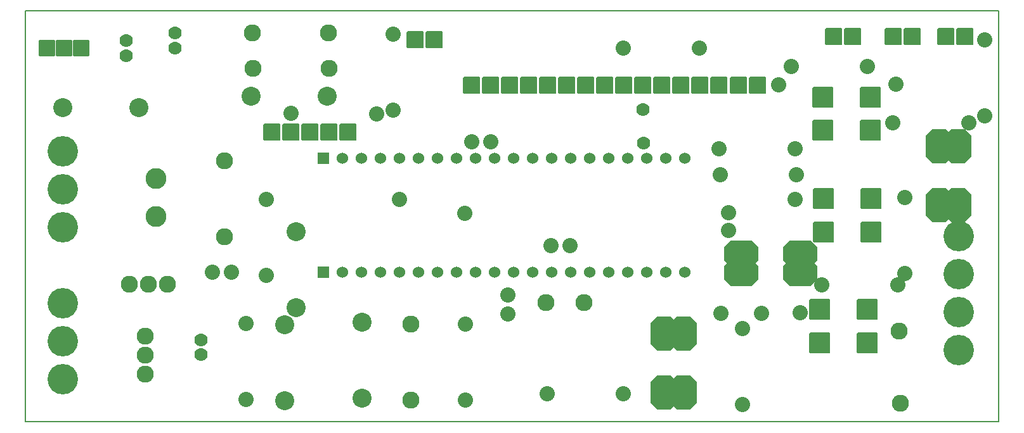
<source format=gbr>
G04 PROTEUS GERBER X2 FILE*
%TF.GenerationSoftware,Labcenter,Proteus,8.6-SP2-Build23525*%
%TF.CreationDate,2017-11-29T10:51:07+00:00*%
%TF.FileFunction,Soldermask,Bot*%
%TF.FilePolarity,Negative*%
%TF.Part,Single*%
%FSLAX45Y45*%
%MOMM*%
G01*
%TA.AperFunction,Material*%
%ADD33C,2.286000*%
%ADD34C,2.032000*%
%ADD35C,1.778000*%
%AMPPAD030*
4,1,36,
-0.635000,0.762000,
0.635000,0.762000,
0.660970,0.759470,
0.684980,0.752200,
0.706580,0.740650,
0.725290,0.725290,
0.740650,0.706570,
0.752200,0.684980,
0.759470,0.660970,
0.762000,0.635000,
0.762000,-0.635000,
0.759470,-0.660970,
0.752200,-0.684980,
0.740650,-0.706570,
0.725290,-0.725290,
0.706580,-0.740650,
0.684980,-0.752200,
0.660970,-0.759470,
0.635000,-0.762000,
-0.635000,-0.762000,
-0.660970,-0.759470,
-0.684980,-0.752200,
-0.706580,-0.740650,
-0.725290,-0.725290,
-0.740650,-0.706570,
-0.752200,-0.684980,
-0.759470,-0.660970,
-0.762000,-0.635000,
-0.762000,0.635000,
-0.759470,0.660970,
-0.752200,0.684980,
-0.740650,0.706570,
-0.725290,0.725290,
-0.706580,0.740650,
-0.684980,0.752200,
-0.660970,0.759470,
-0.635000,0.762000,
0*%
%TA.AperFunction,Material*%
%ADD36PPAD030*%
%ADD37C,1.524000*%
%TA.AperFunction,Material*%
%ADD38C,4.064000*%
%TA.AperFunction,Material*%
%ADD39C,2.540000*%
%ADD40C,2.794000*%
%AMPPAD035*
4,1,36,
0.952500,-1.079500,
-0.952500,-1.079500,
-0.978470,-1.076970,
-1.002480,-1.069700,
-1.024080,-1.058150,
-1.042790,-1.042790,
-1.058150,-1.024070,
-1.069700,-1.002480,
-1.076970,-0.978470,
-1.079500,-0.952500,
-1.079500,0.952500,
-1.076970,0.978470,
-1.069700,1.002480,
-1.058150,1.024070,
-1.042790,1.042790,
-1.024080,1.058150,
-1.002480,1.069700,
-0.978470,1.076970,
-0.952500,1.079500,
0.952500,1.079500,
0.978470,1.076970,
1.002480,1.069700,
1.024080,1.058150,
1.042790,1.042790,
1.058150,1.024070,
1.069700,1.002480,
1.076970,0.978470,
1.079500,0.952500,
1.079500,-0.952500,
1.076970,-0.978470,
1.069700,-1.002480,
1.058150,-1.024070,
1.042790,-1.042790,
1.024080,-1.058150,
1.002480,-1.069700,
0.978470,-1.076970,
0.952500,-1.079500,
0*%
%TA.AperFunction,Material*%
%ADD41PPAD035*%
%AMPPAD036*
4,1,36,
-1.016000,1.143000,
1.016000,1.143000,
1.041970,1.140470,
1.065980,1.133200,
1.087580,1.121650,
1.106290,1.106290,
1.121650,1.087570,
1.133200,1.065980,
1.140470,1.041970,
1.143000,1.016000,
1.143000,-1.016000,
1.140470,-1.041970,
1.133200,-1.065980,
1.121650,-1.087570,
1.106290,-1.106290,
1.087580,-1.121650,
1.065980,-1.133200,
1.041970,-1.140470,
1.016000,-1.143000,
-1.016000,-1.143000,
-1.041970,-1.140470,
-1.065980,-1.133200,
-1.087580,-1.121650,
-1.106290,-1.106290,
-1.121650,-1.087570,
-1.133200,-1.065980,
-1.140470,-1.041970,
-1.143000,-1.016000,
-1.143000,1.016000,
-1.140470,1.041970,
-1.133200,1.065980,
-1.121650,1.087570,
-1.106290,1.106290,
-1.087580,1.121650,
-1.065980,1.133200,
-1.041970,1.140470,
-1.016000,1.143000,
0*%
%TA.AperFunction,Material*%
%ADD42PPAD036*%
%AMPPAD037*
4,1,8,
0.878040,-2.286000,
-0.878040,-2.286000,
-1.778000,-1.386040,
-1.778000,1.386040,
-0.878040,2.286000,
0.878040,2.286000,
1.778000,1.386040,
1.778000,-1.386040,
0.878040,-2.286000,
0*%
%TA.AperFunction,Material*%
%ADD43PPAD037*%
%AMPPAD038*
4,1,8,
2.286000,0.878040,
2.286000,-0.878040,
1.386040,-1.778000,
-1.386040,-1.778000,
-2.286000,-0.878040,
-2.286000,0.878040,
-1.386040,1.778000,
1.386040,1.778000,
2.286000,0.878040,
0*%
%ADD44PPAD038*%
%AMPPAD039*
4,1,36,
-1.270000,1.397000,
1.270000,1.397000,
1.295970,1.394470,
1.319980,1.387200,
1.341580,1.375650,
1.360290,1.360290,
1.375650,1.341570,
1.387200,1.319980,
1.394470,1.295970,
1.397000,1.270000,
1.397000,-1.270000,
1.394470,-1.295970,
1.387200,-1.319980,
1.375650,-1.341570,
1.360290,-1.360290,
1.341580,-1.375650,
1.319980,-1.387200,
1.295970,-1.394470,
1.270000,-1.397000,
-1.270000,-1.397000,
-1.295970,-1.394470,
-1.319980,-1.387200,
-1.341580,-1.375650,
-1.360290,-1.360290,
-1.375650,-1.341570,
-1.387200,-1.319980,
-1.394470,-1.295970,
-1.397000,-1.270000,
-1.397000,1.270000,
-1.394470,1.295970,
-1.387200,1.319980,
-1.375650,1.341570,
-1.360290,1.360290,
-1.341580,1.375650,
-1.319980,1.387200,
-1.295970,1.394470,
-1.270000,1.397000,
0*%
%ADD45PPAD039*%
%TA.AperFunction,Profile*%
%ADD27C,0.203200*%
%TD.AperFunction*%
D33*
X+3421061Y-2785979D03*
X+3433610Y-3748906D03*
D34*
X+1807211Y+507732D03*
X+3373832Y+519251D03*
X-3253818Y-1022723D03*
X-3553607Y+119847D03*
D35*
X+0Y+180000D03*
D34*
X+1140000Y-1200000D03*
X+1140000Y-1440000D03*
X+1040155Y-2546585D03*
X+1579578Y-2546585D03*
X+2103288Y-2536111D03*
X+2033766Y-1024643D03*
D35*
X+10000Y-270000D03*
D34*
X-2380000Y-1210000D03*
X-4699000Y+124382D03*
D36*
X-4266000Y-2000000D03*
D37*
X-4012000Y-2000000D03*
X-3758000Y-2000000D03*
X-3504000Y-2000000D03*
X-3250000Y-2000000D03*
X-2996000Y-2000000D03*
X-2742000Y-2000000D03*
X-2488000Y-2000000D03*
X-2234000Y-2000000D03*
X-1980000Y-2000000D03*
X-1726000Y-2000000D03*
X-1472000Y-2000000D03*
X-1218000Y-2000000D03*
X-964000Y-2000000D03*
X-710000Y-2000000D03*
X-456000Y-2000000D03*
X-202000Y-2000000D03*
X+52000Y-2000000D03*
X+306000Y-2000000D03*
X+560000Y-2000000D03*
X+560000Y-476000D03*
X+306000Y-476000D03*
X+52000Y-476000D03*
X-202000Y-476000D03*
X-456000Y-476000D03*
X-710000Y-476000D03*
X-964000Y-476000D03*
X-1218000Y-476000D03*
X-1472000Y-476000D03*
X-1726000Y-476000D03*
X-1980000Y-476000D03*
X-2234000Y-476000D03*
X-2488000Y-476000D03*
X-2742000Y-476000D03*
X-2996000Y-476000D03*
X-3250000Y-476000D03*
X-3504000Y-476000D03*
X-3758000Y-476000D03*
X-4012000Y-476000D03*
D36*
X-4266000Y-476000D03*
D38*
X-7747000Y-381000D03*
X-7747000Y-889000D03*
X-7747000Y-1397000D03*
D39*
X-7750000Y+200000D03*
X-6734000Y+200000D03*
D40*
X-6500000Y-742000D03*
X-6500000Y-1250000D03*
D33*
X-5588000Y-508000D03*
X-5588000Y-1524000D03*
D41*
X-7500000Y+1000000D03*
X-7728600Y+1000000D03*
X-7957200Y+1000000D03*
D35*
X-6900000Y+1100000D03*
X-6900000Y+900000D03*
X-6250000Y+1200000D03*
X-6250000Y+1000000D03*
D33*
X-5216000Y+1200000D03*
X-4200000Y+1200000D03*
X-5207000Y+730000D03*
X-4191000Y+730000D03*
D39*
X-4220000Y+360000D03*
X-5236000Y+360000D03*
D34*
X-3340000Y+1186000D03*
X-3340000Y+170000D03*
D42*
X-3040000Y+1110000D03*
X-2786000Y+1110000D03*
D43*
X+4210000Y-310000D03*
X+3950000Y-310000D03*
X+3950000Y-1100000D03*
X+4210000Y-1100000D03*
D34*
X+4560000Y+90000D03*
X+4560000Y+1106000D03*
X+4350000Y+0D03*
X+3334000Y+0D03*
X+3500000Y-1000000D03*
X+3500000Y-2016000D03*
D42*
X+4300000Y+1150000D03*
X+4046000Y+1150000D03*
D44*
X+1310000Y-1750000D03*
X+1310000Y-2010000D03*
X+2100000Y-2010000D03*
X+2100000Y-1750000D03*
D34*
X+2384000Y-2170000D03*
X+3400000Y-2170000D03*
X+1014000Y-350000D03*
X+2030000Y-350000D03*
X+1034000Y-690000D03*
X+2050000Y-690000D03*
D42*
X+2546000Y+1150000D03*
X+2800000Y+1150000D03*
D38*
X-7747000Y-2413000D03*
X-7747000Y-2921000D03*
X-7747000Y-3429000D03*
D33*
X-6858000Y-2159000D03*
X-6604000Y-2159000D03*
X-6350000Y-2159000D03*
X-6650000Y-3358000D03*
X-6650000Y-3104000D03*
X-6650000Y-2850000D03*
D35*
X-5900000Y-2900000D03*
X-5900000Y-3100000D03*
D34*
X-5300000Y-2684000D03*
X-5300000Y-3700000D03*
D39*
X-4780000Y-2704000D03*
X-4780000Y-3720000D03*
X-4630000Y-2476000D03*
X-4630000Y-1460000D03*
X-3750000Y-3686000D03*
X-3750000Y-2670000D03*
D33*
X-3100000Y-2690000D03*
X-3100000Y-3706000D03*
D34*
X-2370000Y-2690000D03*
X-2370000Y-3706000D03*
X-5030000Y-1024000D03*
X-5030000Y-2040000D03*
X-5750000Y-2000000D03*
X-5496000Y-2000000D03*
D42*
X-4953000Y-127000D03*
X-4699000Y-127000D03*
X-4445000Y-127000D03*
X-4191000Y-127000D03*
X-3937000Y-127000D03*
D33*
X-1300000Y-2400000D03*
X-792000Y-2400000D03*
D34*
X-1800000Y-2554000D03*
X-1800000Y-2300000D03*
X-2032000Y-254000D03*
X-2286000Y-254000D03*
D45*
X+2365000Y-2944500D03*
X+3000000Y-2944500D03*
X+2365000Y-2500000D03*
X+3000000Y-2500000D03*
X+2405000Y-104500D03*
X+3040000Y-104500D03*
X+2405000Y+340000D03*
X+3040000Y+340000D03*
X+2413000Y-1460500D03*
X+3048000Y-1460500D03*
X+2413000Y-1016000D03*
X+3048000Y-1016000D03*
D34*
X-976000Y-1640000D03*
X-1230000Y-1640000D03*
D42*
X+3346000Y+1150000D03*
X+3600000Y+1150000D03*
D38*
X+4220000Y-1516000D03*
X+4220000Y-2024000D03*
X+4220000Y-2532000D03*
X+4220000Y-3040000D03*
D42*
X+1276000Y+500000D03*
X+1530000Y+500000D03*
D34*
X+1984000Y+750000D03*
X+3000000Y+750000D03*
X-266000Y+1000000D03*
X+750000Y+1000000D03*
X-1276000Y-3620000D03*
X-260000Y-3620000D03*
X+1330000Y-2754000D03*
X+1330000Y-3770000D03*
D43*
X+280000Y-3610000D03*
X+540000Y-3610000D03*
X+540000Y-2820000D03*
X+280000Y-2820000D03*
D42*
X+1012000Y+500000D03*
X+758000Y+500000D03*
X+504000Y+500000D03*
X+250000Y+500000D03*
X-4000Y+500000D03*
X-258000Y+500000D03*
X-512000Y+500000D03*
X-766000Y+500000D03*
X-1020000Y+500000D03*
X-1274000Y+500000D03*
X-1528000Y+500000D03*
X-1782000Y+500000D03*
X-2036000Y+500000D03*
X-2290000Y+500000D03*
D27*
X-8250000Y-4000000D02*
X+4750000Y-4000000D01*
X+4750000Y+1500000D01*
X-8250000Y+1500000D01*
X-8250000Y-4000000D01*
M02*

</source>
